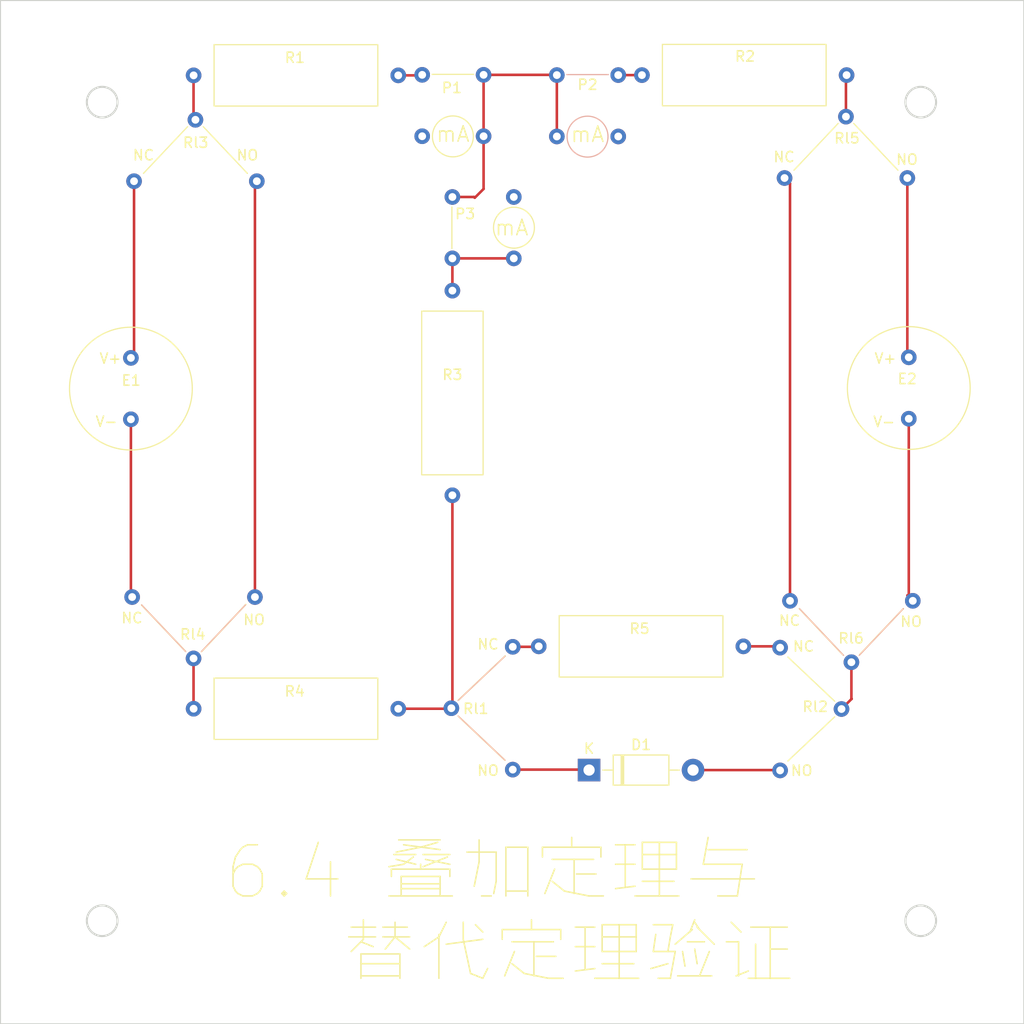
<source format=kicad_pcb>
(kicad_pcb (version 20211014) (generator pcbnew)
  (layers (0 "F.Cu" signal) (31 "B.Cu" signal) (34 "B.Paste" user) (35 "F.Paste" user) (36 "B.SilkS" user "B.Silkscreen") (37 "F.SilkS" user "F.Silkscreen") (38 "B.Mask" user) (39 "F.Mask" user) (44 "Edge.Cuts" user))
  (net 0 "")
  (net 1 "Net-(Rl1-Pad3)")
  (net 2 "Net-(D1-Pad2)")
  (net 3 "Net-(E1-Pad1)")
  (net 4 "Net-(E1-Pad2)")
  (net 5 "Net-(E2-Pad1)")
  (net 6 "Net-(E2-Pad2)")
  (net 7 "Net-(P1-Pad1)")
  (net 9 "Net-(P1-Pad3)")
  (net 10 "Net-(R1-Pad1)")
  (net 11 "Net-(R2-Pad2)")
  (net 12 "Net-(Rl1-Pad2)")
  (net 13 "Net-(Rl2-Pad2)")
  (net 15 "Net-(R4-Pad1)")
  (net 16 "Net-(Rl3-Pad3)")
  (net 17 "Net-(Rl6-Pad1)")
  (net 18 "Net-(P2-Pad1)")
  (net 19 "Net-(Rl5-Pad2)")
  (net 20 "Net-(R3-Pad2)")
  (net 22 "Net-(P3-Pad1)")
  (footprint "test2021:Vs" (layer "F.Cu") (at 24.8084 49.9928)
    (fp_text reference "E1" (at 0.0254 -0.793 unlocked) (layer "F.SilkS"))
    (fp_text value "12V")
    (fp_text user "V+" (at -2.0066 -2.9464 unlocked) (layer "F.SilkS"))
    (fp_text user "V-" (at -2.3876 3.2258 unlocked) (layer "F.SilkS"))
    (fp_circle (center 0 0) (end 6 0) (layer "F.SilkS") (width 0.12) (fill none))
    (pad "1" thru_hole circle (at 0 -3) (size 1.524 1.524) (drill 0.762) (layers *.Cu *.Mask) (net 3 "Net-(E1-Pad1)"))
    (pad "2" thru_hole circle (at 0 3) (size 1.524 1.524) (drill 0.762) (layers *.Cu *.Mask) (net 4 "Net-(E1-Pad2)"))
  )
  (footprint "test2021:ImaPlug" (layer "F.Cu") (at 59.2282 34.2674 90)
    (fp_text reference "P3" (at 1.349 -1.7554 unlocked) (layer "F.SilkS"))
    (fp_text value "AmPlug")
    (fp_text user "mA" (at 0 2.794 unlocked) (layer "F.SilkS") (effects (font (size 1.5 1.5))))
    (fp_line (start -2.032 -3.048) (end 2.032 -3.048) (layer "F.SilkS") (width 0.12))
    (fp_circle (center 0 3.016) (end 2 3.016) (layer "F.SilkS") (width 0.12) (fill none))
    (pad "1" thru_hole circle (at -3 -3 90) (size 1.524 1.524) (drill 0.762) (layers *.Cu *.Mask) (net 22 "Net-(P3-Pad1)"))
    (pad "2" thru_hole circle (at -3 3 90) (size 1.524 1.524) (drill 0.762) (layers *.Cu *.Mask) (net 22 "Net-(P3-Pad1)"))
    (pad "3" thru_hole circle (at 3 -3 90) (size 1.524 1.524) (drill 0.762) (layers *.Cu *.Mask) (net 9 "Net-(P1-Pad3)"))
    (pad "4" thru_hole circle (at 3 3 90) (size 1.524 1.524) (drill 0.762) (layers *.Cu *.Mask))
  )
  (footprint "test2021:RLy" (layer "F.Cu") (at 88.2548 81.3082 -90)
    (fp_text reference "Rl2" (at -0.2258 -3.4318 unlocked) (layer "F.SilkS"))
    (fp_text value "Relay")
    (fp_text user "NO" (at 6.0226 -2.111 unlocked) (layer "F.SilkS"))
    (fp_text user "NC" (at -6.1186 -2.2888 unlocked) (layer "F.SilkS"))
    (fp_line (start -0.762 -5.334) (end -5.08 -0.762) (layer "F.SilkS") (width 0.12))
    (fp_line (start 0.762 -5.334) (end 5.08 -0.762) (layer "F.SilkS") (width 0.12))
    (pad "1" thru_hole circle (at 0 -6 270) (size 1.524 1.524) (drill 0.762) (layers *.Cu *.Mask) (net 17 "Net-(Rl6-Pad1)"))
    (pad "2" thru_hole circle (at -6 0 270) (size 1.524 1.524) (drill 0.762) (layers *.Cu *.Mask) (net 13 "Net-(Rl2-Pad2)"))
    (pad "3" thru_hole circle (at 6 0 270) (size 1.524 1.524) (drill 0.762) (layers *.Cu *.Mask) (net 2 "Net-(D1-Pad2)"))
  )
  (footprint "test2021:Vs" (layer "F.Cu") (at 100.8306 49.9364)
    (fp_text reference "E2" (at -0.1524 -0.889 unlocked) (layer "F.SilkS"))
    (fp_text value "6V")
    (fp_text user "V-" (at -2.413 3.302 unlocked) (layer "F.SilkS"))
    (fp_text user "V+" (at -2.286 -2.8956 unlocked) (layer "F.SilkS"))
    (fp_circle (center 0 0) (end 6 0) (layer "F.SilkS") (width 0.12) (fill none))
    (pad "1" thru_hole circle (at 0 -3) (size 1.524 1.524) (drill 0.762) (layers *.Cu *.Mask) (net 5 "Net-(E2-Pad1)"))
    (pad "2" thru_hole circle (at 0 3) (size 1.524 1.524) (drill 0.762) (layers *.Cu *.Mask) (net 6 "Net-(E2-Pad2)"))
  )
  (footprint "test2021:R" (layer "F.Cu") (at 74.6658 75.184)
    (fp_text reference "R5" (at -0.1496 -1.7272 unlocked) (layer "F.SilkS"))
    (fp_text value "300Ω")
    (fp_rect (start -8 -3) (end 8 3) (layer "F.SilkS") (width 0.12) (fill none))
    (pad "1" thru_hole circle (at -10 0) (size 1.524 1.524) (drill 0.762) (layers *.Cu *.Mask) (net 12 "Net-(Rl1-Pad2)"))
    (pad "2" thru_hole circle (at 10 0) (size 1.524 1.524) (drill 0.762) (layers *.Cu *.Mask) (net 13 "Net-(Rl2-Pad2)"))
  )
  (footprint "test2021:ImaPlug" (layer "F.Cu") (at 56.2762 22.3294)
    (fp_text reference "P1" (at -0.0988 -1.73 unlocked) (layer "F.SilkS"))
    (fp_text value "AmPlug")
    (fp_text user "mA" (at 0 2.794 unlocked) (layer "F.SilkS") (effects (font (size 1.5 1.5))))
    (fp_line (start -2.032 -3.048) (end 2.032 -3.048) (layer "F.SilkS") (width 0.12))
    (fp_circle (center 0 3.016) (end 2 3.016) (layer "F.SilkS") (width 0.12) (fill none))
    (pad "1" thru_hole circle (at -3 -3) (size 1.524 1.524) (drill 0.762) (layers *.Cu *.Mask) (net 7 "Net-(P1-Pad1)"))
    (pad "2" thru_hole circle (at -3 3) (size 1.524 1.524) (drill 0.762) (layers *.Cu *.Mask))
    (pad "3" thru_hole circle (at 3 -3) (size 1.524 1.524) (drill 0.762) (layers *.Cu *.Mask) (net 9 "Net-(P1-Pad3)"))
    (pad "4" thru_hole circle (at 3 3) (size 1.524 1.524) (drill 0.762) (layers *.Cu *.Mask) (net 9 "Net-(P1-Pad3)"))
  )
  (footprint "test2021:RLy" (layer "F.Cu") (at 94.6894 29.4132)
    (fp_text reference "Rl5" (at 0.096 -3.8862 unlocked) (layer "F.SilkS"))
    (fp_text value "Relay")
    (fp_text user "NC" (at -6.0508 -2.0574 unlocked) (layer "F.SilkS"))
    (fp_text user "NO" (at 5.9634 -1.8034 unlocked) (layer "F.SilkS"))
    (fp_line (start -0.762 -5.334) (end -5.08 -0.762) (layer "F.SilkS") (width 0.12))
    (fp_line (start 0.762 -5.334) (end 5.08 -0.762) (layer "F.SilkS") (width 0.12))
    (pad "1" thru_hole circle (at 0 -6) (size 1.524 1.524) (drill 0.762) (layers *.Cu *.Mask) (net 11 "Net-(R2-Pad2)"))
    (pad "2" thru_hole circle (at -6 0) (size 1.524 1.524) (drill 0.762) (layers *.Cu *.Mask) (net 19 "Net-(Rl5-Pad2)"))
    (pad "3" thru_hole circle (at 6 0) (size 1.524 1.524) (drill 0.762) (layers *.Cu *.Mask) (net 5 "Net-(E2-Pad1)"))
  )
  (footprint "test2021:R" (layer "F.Cu") (at 40.9374 81.28)
    (fp_text reference "R4" (at -0.127 -1.7018 unlocked) (layer "F.SilkS"))
    (fp_text value "510Ω")
    (fp_rect (start -8 -3) (end 8 3) (layer "F.SilkS") (width 0.12) (fill none))
    (pad "1" thru_hole circle (at -10 0) (size 1.524 1.524) (drill 0.762) (layers *.Cu *.Mask) (net 15 "Net-(R4-Pad1)"))
    (pad "2" thru_hole circle (at 10 0) (size 1.524 1.524) (drill 0.762) (layers *.Cu *.Mask) (net 20 "Net-(R3-Pad2)"))
  )
  (footprint "test2021:RLy" (layer "F.Cu") (at 31.115 29.7236)
    (fp_text reference "Rl3" (at 0.0254 -3.7648 unlocked) (layer "F.SilkS"))
    (fp_text value "Relay")
    (fp_text user "NO" (at 5.08 -2.54 unlocked) (layer "F.SilkS"))
    (fp_text user "NC" (at -5.08 -2.54 unlocked) (layer "F.SilkS"))
    (fp_line (start -0.762 -5.334) (end -5.08 -0.762) (layer "F.SilkS") (width 0.12))
    (fp_line (start 0.762 -5.334) (end 5.08 -0.762) (layer "F.SilkS") (width 0.12))
    (pad "1" thru_hole circle (at 0 -6) (size 1.524 1.524) (drill 0.762) (layers *.Cu *.Mask) (net 10 "Net-(R1-Pad1)"))
    (pad "2" thru_hole circle (at -6 0) (size 1.524 1.524) (drill 0.762) (layers *.Cu *.Mask) (net 3 "Net-(E1-Pad1)"))
    (pad "3" thru_hole circle (at 6 0) (size 1.524 1.524) (drill 0.762) (layers *.Cu *.Mask) (net 16 "Net-(Rl3-Pad3)"))
  )
  (footprint "test2021:R" (layer "F.Cu") (at 40.9374 19.3802)
    (fp_text reference "R1" (at -0.1016 -1.7272 unlocked) (layer "F.SilkS"))
    (fp_text value "510Ω")
    (fp_rect (start -8 -3) (end 8 3) (layer "F.SilkS") (width 0.12) (fill none))
    (pad "1" thru_hole circle (at -10 0) (size 1.524 1.524) (drill 0.762) (layers *.Cu *.Mask) (net 10 "Net-(R1-Pad1)"))
    (pad "2" thru_hole circle (at 10 0) (size 1.524 1.524) (drill 0.762) (layers *.Cu *.Mask) (net 7 "Net-(P1-Pad1)"))
  )
  (footprint "test2021:R" (layer "F.Cu") (at 84.7524 19.3548)
    (fp_text reference "R2" (at 0.0762 -1.8288 unlocked) (layer "F.SilkS"))
    (fp_text value "1kΩ")
    (fp_rect (start -8 -3) (end 8 3) (layer "F.SilkS") (width 0.12) (fill none))
    (pad "1" thru_hole circle (at -10 0) (size 1.524 1.524) (drill 0.762) (layers *.Cu *.Mask) (net 18 "Net-(P2-Pad1)"))
    (pad "2" thru_hole circle (at 10 0) (size 1.524 1.524) (drill 0.762) (layers *.Cu *.Mask) (net 11 "Net-(R2-Pad2)"))
  )
  (footprint "Diode_THT:D_DO-41_SOD81_P10.16mm_Horizontal" (layer "F.Cu") (at 69.5858 87.2744)
    (fp_text reference "D1" (at 5.08 -2.47) (layer "F.SilkS"))
    (fp_text value "1N4007")
    (fp_text user "K" (at 0 -2.1) (layer "F.SilkS"))
    (fp_line (start 3.38 -1.47) (end 3.38 1.47) (layer "F.SilkS") (width 0.12))
    (fp_line (start 1.34 0) (end 2.36 0) (layer "F.SilkS") (width 0.12))
    (fp_line (start 7.8 -1.47) (end 2.36 -1.47) (layer "F.SilkS") (width 0.12))
    (fp_line (start 3.26 -1.47) (end 3.26 1.47) (layer "F.SilkS") (width 0.12))
    (fp_line (start 3.14 -1.47) (end 3.14 1.47) (layer "F.SilkS") (width 0.12))
    (fp_line (start 8.82 0) (end 7.8 0) (layer "F.SilkS") (width 0.12))
    (fp_line (start 7.8 1.47) (end 7.8 -1.47) (layer "F.SilkS") (width 0.12))
    (fp_line (start 2.36 -1.47) (end 2.36 1.47) (layer "F.SilkS") (width 0.12))
    (fp_line (start 2.36 1.47) (end 7.8 1.47) (layer "F.SilkS") (width 0.12))
    (pad "1" thru_hole rect (at 0 0) (size 2.2 2.2) (drill 1.1) (layers *.Cu *.Mask) (net 1 "Net-(Rl1-Pad3)"))
    (pad "2" thru_hole oval (at 10.16 0) (size 2.2 2.2) (drill 1.1) (layers *.Cu *.Mask) (net 2 "Net-(D1-Pad2)"))
  )
  (footprint "test2021:R" (layer "F.Cu") (at 56.2282 50.419 -90)
    (fp_text reference "R3" (at -1.778 0 unlocked) (layer "F.SilkS"))
    (fp_text value "510Ω")
    (fp_rect (start -8 -3) (end 8 3) (layer "F.SilkS") (width 0.12) (fill none))
    (pad "1" thru_hole circle (at -10 0 270) (size 1.524 1.524) (drill 0.762) (layers *.Cu *.Mask) (net 22 "Net-(P3-Pad1)"))
    (pad "2" thru_hole circle (at 10 0 270) (size 1.524 1.524) (drill 0.762) (layers *.Cu *.Mask) (net 20 "Net-(R3-Pad2)"))
  )
  (footprint "test2021:RLy" (layer "B.Cu") (at 62.1266 81.2292 -90)
    (fp_text reference "Rl1" (at 0.0508 3.6124 unlocked) (layer "F.SilkS"))
    (fp_text value "Relay")
    (fp_text user "NO" (at 6.096 2.4186 unlocked) (layer "F.SilkS"))
    (fp_text user "NC" (at -6.2484 2.4186 unlocked) (layer "F.SilkS"))
    (fp_line (start 0.762 5.334) (end 5.08 0.762) (layer "B.SilkS") (width 0.12))
    (fp_line (start -0.762 5.334) (end -5.08 0.762) (layer "B.SilkS") (width 0.12))
    (pad "1" thru_hole circle (at 0 6 270) (size 1.524 1.524) (drill 0.762) (layers *.Cu *.Mask) (net 20 "Net-(R3-Pad2)"))
    (pad "2" thru_hole circle (at -6 0 270) (size 1.524 1.524) (drill 0.762) (layers *.Cu *.Mask) (net 12 "Net-(Rl1-Pad2)"))
    (pad "3" thru_hole circle (at 6 0 270) (size 1.524 1.524) (drill 0.762) (layers *.Cu *.Mask) (net 1 "Net-(Rl1-Pad3)"))
  )
  (footprint "test2021:ImaPlug" (layer "B.Cu") (at 69.4362 22.352 180)
    (fp_text reference "P2" (at 0 2.0608 unlocked) (layer "F.SilkS"))
    (fp_text value "AmPlug")
    (fp_text user "mA" (at 0 -2.794 unlocked) (layer "F.SilkS") (effects (font (size 1.5 1.5))))
    (fp_line (start -2.032 3.048) (end 2.032 3.048) (layer "B.SilkS") (width 0.12))
    (fp_circle (center 0 -3.016) (end 2 -3.016) (layer "B.SilkS") (width 0.12) (fill none))
    (pad "1" thru_hole circle (at -3 3 180) (size 1.524 1.524) (drill 0.762) (layers *.Cu *.Mask) (net 18 "Net-(P2-Pad1)"))
    (pad "2" thru_hole circle (at -3 -3 180) (size 1.524 1.524) (drill 0.762) (layers *.Cu *.Mask))
    (pad "3" thru_hole circle (at 3 3 180) (size 1.524 1.524) (drill 0.762) (layers *.Cu *.Mask) (net 9 "Net-(P1-Pad3)"))
    (pad "4" thru_hole circle (at 3 -3 180) (size 1.524 1.524) (drill 0.762) (layers *.Cu *.Mask) (net 9 "Net-(P1-Pad3)"))
  )
  (footprint "test2021:RLy" (layer "B.Cu") (at 95.2228 70.7334)
    (fp_text reference "Rl6" (at -0.031 3.6632 unlocked) (layer "F.SilkS"))
    (fp_text value "Relay")
    (fp_text user "NO" (at 5.8364 2.0376 unlocked) (layer "F.SilkS"))
    (fp_text user "NC" (at -6.0508 1.936 unlocked) (layer "F.SilkS"))
    (fp_line (start 0.762 5.334) (end 5.08 0.762) (layer "B.SilkS") (width 0.12))
    (fp_line (start -0.762 5.334) (end -5.08 0.762) (layer "B.SilkS") (width 0.12))
    (pad "1" thru_hole circle (at 0 6) (size 1.524 1.524) (drill 0.762) (layers *.Cu *.Mask) (net 17 "Net-(Rl6-Pad1)"))
    (pad "2" thru_hole circle (at -6 0) (size 1.524 1.524) (drill 0.762) (layers *.Cu *.Mask) (net 19 "Net-(Rl5-Pad2)"))
    (pad "3" thru_hole circle (at 6 0) (size 1.524 1.524) (drill 0.762) (layers *.Cu *.Mask) (net 6 "Net-(E2-Pad2)"))
  )
  (footprint "test2021:RLy" (layer "B.Cu") (at 30.9298 70.3636)
    (fp_text reference "Rl4" (at -0.0762 3.652 unlocked) (layer "F.SilkS"))
    (fp_text value "Relay")
    (fp_text user "NO" (at 5.9182 2.2296 unlocked) (layer "F.SilkS"))
    (fp_text user "NC" (at -6.0198 2.0518 unlocked) (layer "F.SilkS"))
    (fp_line (start -0.762 5.334) (end -5.08 0.762) (layer "B.SilkS") (width 0.12))
    (fp_line (start 0.762 5.334) (end 5.08 0.762) (layer "B.SilkS") (width 0.12))
    (pad "1" thru_hole circle (at 0 6) (size 1.524 1.524) (drill 0.762) (layers *.Cu *.Mask) (net 15 "Net-(R4-Pad1)"))
    (pad "2" thru_hole circle (at -6 0) (size 1.524 1.524) (drill 0.762) (layers *.Cu *.Mask) (net 4 "Net-(E1-Pad2)"))
    (pad "3" thru_hole circle (at 6 0) (size 1.524 1.524) (drill 0.762) (layers *.Cu *.Mask) (net 16 "Net-(Rl3-Pad3)"))
  )
  (gr_line (start 30.1424 75.6666) (end 25.8498 71.1454) (layer "F.SilkS") (width 0.15))
  (gr_line (start 90.1372 71.501) (end 94.4044 76.0222) (layer "F.SilkS") (width 0.15))
  (gr_line (start 31.7172 75.692) (end 36.0352 71.0946) (layer "F.SilkS") (width 0.15))
  (gr_line (start 56.8124 82.0166) (end 61.359 86.3092) (layer "F.SilkS") (width 0.15))
  (gr_line (start 61.3844 76.1238) (end 56.8124 80.4418) (layer "F.SilkS") (width 0.15))
  (gr_line (start 96.0554 75.9714) (end 100.2972 71.501) (layer "F.SilkS") (width 0.15))
  (gr_circle (center 22 22) (end 23.5 22) (layer "Edge.Cuts") (width 0.2) (fill none))
  (gr_circle (center 22 102) (end 23.5 102) (layer "Edge.Cuts") (width 0.2) (fill none))
  (gr_rect (start 12.065 12.065) (end 112.065 112.065) (layer "Edge.Cuts") (width 0.1) (fill none))
  (gr_circle (center 102 102) (end 103.5 102) (layer "Edge.Cuts") (width 0.2) (fill none))
  (gr_circle (center 102 22) (end 103.5 22) (layer "Edge.Cuts") (width 0.2) (fill none))
  (gr_text "6.4 叠加定理与\n    替代定理验证" (at 60.1474 101.2952) (layer "F.SilkS") (effects (font (size 5 5))))
  (segment (start 69.5406 87.2292) (end 69.5858 87.2744) (width 0.25) (layer "F.Cu") (net 1))
  (segment (start 62.1266 87.2292) (end 69.5406 87.2292) (width 0.25) (layer "F.Cu") (net 1))
  (segment (start 88.221 87.2744) (end 88.2548 87.3082) (width 0.25) (layer "F.Cu") (net 2))
  (segment (start 79.7458 87.2744) (end 88.221 87.2744) (width 0.25) (layer "F.Cu") (net 2))
  (segment (start 25.115 46.6862) (end 24.8084 46.9928) (width 0.25) (layer "F.Cu") (net 3))
  (segment (start 25.115 29.7236) (end 25.115 46.6862) (width 0.25) (layer "F.Cu") (net 3))
  (segment (start 24.8084 52.9928) (end 24.8084 70.2422) (width 0.25) (layer "F.Cu") (net 4))
  (segment (start 24.8084 70.2422) (end 24.9298 70.3636) (width 0.25) (layer "F.Cu") (net 4))
  (segment (start 100.6894 29.4132) (end 100.6894 46.7952) (width 0.25) (layer "F.Cu") (net 5))
  (segment (start 100.6894 46.7952) (end 100.8306 46.9364) (width 0.25) (layer "F.Cu") (net 5))
  (segment (start 100.8306 52.9364) (end 100.8306 70.3412) (width 0.25) (layer "F.Cu") (net 6))
  (segment (start 100.8306 70.3412) (end 101.2228 70.7334) (width 0.25) (layer "F.Cu") (net 6))
  (segment (start 100.6894 70.2) (end 101.2228 70.7334) (width 0.25) (layer "F.Cu") (net 6))
  (segment (start 50.9374 19.3802) (end 53.2254 19.3802) (width 0.25) (layer "F.Cu") (net 7))
  (segment (start 53.2254 19.3802) (end 53.2762 19.3294) (width 0.25) (layer "F.Cu") (net 7))
  (segment (start 58.4126 31.3436) (end 58.3364 31.2674) (width 0.25) (layer "F.Cu") (net 9))
  (segment (start 59.2762 25.3294) (end 59.2762 30.48) (width 0.25) (layer "F.Cu") (net 9))
  (segment (start 66.4136 19.3294) (end 66.4362 19.352) (width 0.25) (layer "F.Cu") (net 9))
  (segment (start 59.2762 19.3294) (end 59.2762 25.3294) (width 0.25) (layer "F.Cu") (net 9))
  (segment (start 58.3364 31.2674) (end 56.2282 31.2674) (width 0.25) (layer "F.Cu") (net 9))
  (segment (start 59.2762 19.3294) (end 66.4136 19.3294) (width 0.25) (layer "F.Cu") (net 9))
  (segment (start 59.2762 30.48) (end 58.4126 31.3436) (width 0.25) (layer "F.Cu") (net 9))
  (segment (start 66.4362 19.352) (end 66.4362 25.352) (width 0.25) (layer "F.Cu") (net 9))
  (segment (start 30.9298 19.3878) (end 30.9374 19.3802) (width 0.25) (layer "F.Cu") (net 10))
  (segment (start 30.9298 23.7236) (end 30.9298 19.3878) (width 0.25) (layer "F.Cu") (net 10))
  (segment (start 94.6894 23.4132) (end 94.6894 19.5702) (width 0.25) (layer "F.Cu") (net 11))
  (segment (start 94.6894 19.5702) (end 94.7778 19.4818) (width 0.25) (layer "F.Cu") (net 11))
  (segment (start 62.1266 75.2292) (end 64.6206 75.2292) (width 0.25) (layer "F.Cu") (net 12))
  (segment (start 64.6206 75.2292) (end 64.6658 75.184) (width 0.25) (layer "F.Cu") (net 12))
  (segment (start 88.1306 75.184) (end 88.2548 75.3082) (width 0.25) (layer "F.Cu") (net 13))
  (segment (start 84.6658 75.184) (end 88.1306 75.184) (width 0.25) (layer "F.Cu") (net 13))
  (segment (start 30.9298 76.3636) (end 30.9298 81.2724) (width 0.25) (layer "F.Cu") (net 15))
  (segment (start 30.9298 81.2724) (end 30.9374 81.28) (width 0.25) (layer "F.Cu") (net 15))
  (segment (start 36.9298 29.7236) (end 36.9298 70.3636) (width 0.25) (layer "F.Cu") (net 16))
  (segment (start 95.2228 80.295) (end 95.2228 76.7334) (width 0.25) (layer "F.Cu") (net 17))
  (segment (start 94.2548 81.3082) (end 95.2426 80.3204) (width 0.25) (layer "F.Cu") (net 17))
  (segment (start 95.2426 80.3148) (end 95.2228 80.295) (width 0.25) (layer "F.Cu") (net 17))
  (segment (start 95.2426 80.3204) (end 95.2426 80.3148) (width 0.25) (layer "F.Cu") (net 17))
  (segment (start 74.7524 19.3548) (end 72.439 19.3548) (width 0.25) (layer "F.Cu") (net 18))
  (segment (start 72.439 19.3548) (end 72.4362 19.352) (width 0.25) (layer "F.Cu") (net 18))
  (segment (start 89.2228 29.9466) (end 88.6894 29.4132) (width 0.25) (layer "F.Cu") (net 19))
  (segment (start 89.2228 70.7334) (end 89.2228 29.9466) (width 0.25) (layer "F.Cu") (net 19))
  (segment (start 56.2282 60.419) (end 56.2282 81.1276) (width 0.25) (layer "F.Cu") (net 20))
  (segment (start 50.9374 81.28) (end 56.0758 81.28) (width 0.25) (layer "F.Cu") (net 20))
  (segment (start 62.2282 37.2674) (end 56.2282 37.2674) (width 0.25) (layer "F.Cu") (net 22))
  (segment (start 56.2282 40.419) (end 56.2282 37.2674) (width 0.25) (layer "F.Cu") (net 22))
)
</source>
